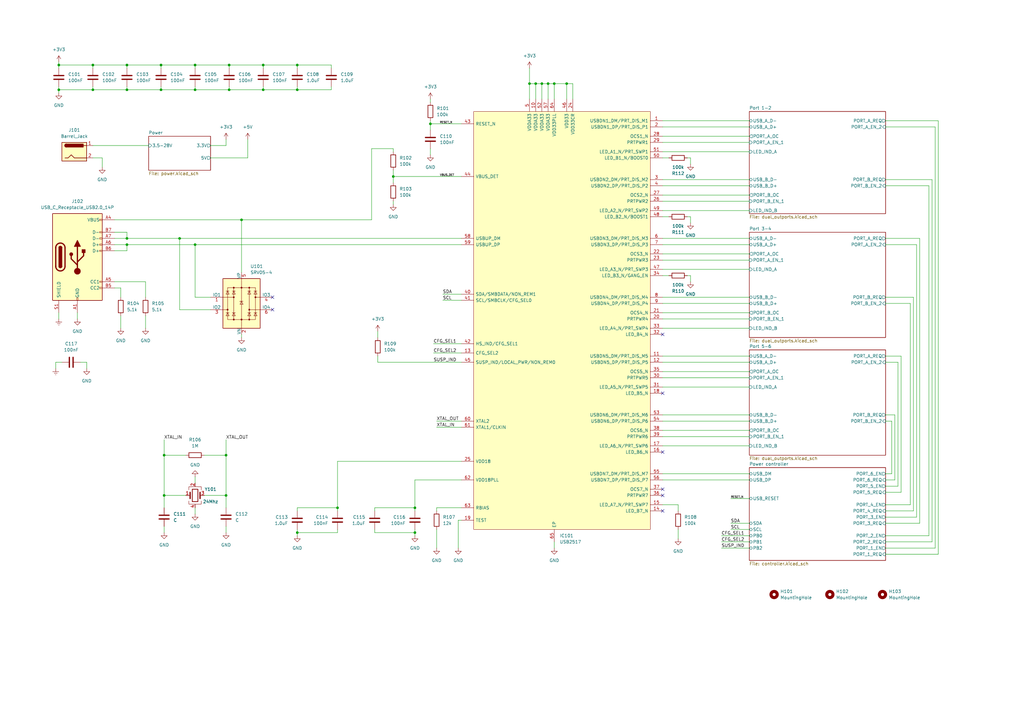
<source format=kicad_sch>
(kicad_sch (version 20230121) (generator eeschema)
  (paper "A3")
  (title_block (title "Switchable USB Hub") (date "${date}") (rev "${version}") (company "Fabian Pflug"))
  (lib_symbols
    (symbol "Connector:Barrel_Jack" (pin_names (offset 1.016))
      (property "Reference" "J" (at 0 5.334 0))
      (property "Value" "Barrel_Jack" (at 0 -5.08 0))
      (symbol "Barrel_Jack_0_1"
        (rectangle (start -5.08 3.81) (end 5.08 -3.81) (stroke (width 0.254)) (fill (type background)))
        (arc (start -3.302 3.175) (mid -3.9343 2.54) (end -3.302 1.905) (stroke (width 0.254)))
        (arc (start -3.302 3.175) (mid -3.9343 2.54) (end -3.302 1.905) (stroke (width 0.254)) (fill (type outline)))
        (polyline (pts (xy 5.08 2.54) (xy 3.81 2.54)) (stroke (width 0.254)))
        (polyline (pts (xy -3.81 -2.54) (xy -2.54 -2.54) (xy -1.27 -1.27) (xy 0 -2.54) (xy 2.54 -2.54) (xy 5.08 -2.54)) (stroke (width 0.254)))
        (rectangle (start 3.683 3.175) (end -3.302 1.905) (stroke (width 0.254)) (fill (type outline)))
      )
      (symbol "Barrel_Jack_1_1"
        (pin passive line (at 7.62 2.54 180) (length 2.54) (name "~") (number "1"))
        (pin passive line (at 7.62 -2.54 180) (length 2.54) (name "~") (number "2"))
      )
    )
    (symbol "Connector:USB_C_Receptacle_USB2.0_14P" (pin_names (offset 1.016))
      (property "Reference" "J102" (at 0 22.86 0))
      (property "Value" "USB_C_Receptacle_USB2.0_14P" (at 0 20.32 0))
      (symbol "USB_C_Receptacle_USB2.0_14P_0_0"
        (rectangle (start -0.254 -17.78) (end 0.254 -16.764))
        (rectangle (start 9.144 -12.446) (end 10.16 -12.954))
        (rectangle (start 9.144 -9.906) (end 10.16 -10.414))
        (rectangle (start 9.144 5.334) (end 10.16 4.826))
        (rectangle (start 10.16 2.794) (end 9.144 2.286))
        (rectangle (start 10.16 7.874) (end 9.144 7.366))
        (rectangle (start 10.16 10.414) (end 9.144 9.906))
        (rectangle (start 10.16 15.494) (end 9.144 14.986))
      )
      (symbol "USB_C_Receptacle_USB2.0_14P_0_1"
        (rectangle (start -10.16 17.78) (end 10.16 -17.78) (stroke (width 0.254)) (fill (type background)))
        (arc (start -8.89 -3.81) (mid -6.985 -5.7067) (end -5.08 -3.81) (stroke (width 0.508)))
        (arc (start -7.62 -3.81) (mid -6.985 -4.4423) (end -6.35 -3.81) (stroke (width 0.254)))
        (arc (start -7.62 -3.81) (mid -6.985 -4.4423) (end -6.35 -3.81) (stroke (width 0.254)) (fill (type outline)))
        (rectangle (start -7.62 -3.81) (end -6.35 3.81) (stroke (width 0.254)) (fill (type outline)))
        (arc (start -6.35 3.81) (mid -6.985 4.4423) (end -7.62 3.81) (stroke (width 0.254)))
        (arc (start -6.35 3.81) (mid -6.985 4.4423) (end -7.62 3.81) (stroke (width 0.254)) (fill (type outline)))
        (arc (start -5.08 3.81) (mid -6.985 5.7067) (end -8.89 3.81) (stroke (width 0.508)))
        (circle (center -2.54 1.143) (radius 0.635) (stroke (width 0.254)) (fill (type outline)))
        (circle (center 0 -5.842) (radius 1.27) (fill (type outline)))
        (polyline (pts (xy -8.89 -3.81) (xy -8.89 3.81)) (stroke (width 0.508)))
        (polyline (pts (xy -5.08 3.81) (xy -5.08 -3.81)) (stroke (width 0.508)))
        (polyline (pts (xy 0 -5.842) (xy 0 4.318)) (stroke (width 0.508)))
        (polyline (pts (xy 0 -3.302) (xy -2.54 -0.762) (xy -2.54 0.508)) (stroke (width 0.508)))
        (polyline (pts (xy 0 -2.032) (xy 2.54 0.508) (xy 2.54 1.778)) (stroke (width 0.508)))
        (polyline (pts (xy -1.27 4.318) (xy 0 6.858) (xy 1.27 4.318) (xy -1.27 4.318)) (stroke (width 0.254)) (fill (type outline)))
        (rectangle (start 1.905 1.778) (end 3.175 3.048) (stroke (width 0.254)) (fill (type outline)))
      )
      (symbol "USB_C_Receptacle_USB2.0_14P_1_1"
        (pin passive line (at 0 -22.86 90) (length 5.08) (name "GND") (number "A1"))
        (pin passive line (at 0 -22.86 90) (length 5.08) hide (name "GND") (number "A12"))
        (pin passive line (at 15.24 15.24 180) (length 5.08) (name "VBUS") (number "A4"))
        (pin bidirectional line (at 15.24 -10.16 180) (length 5.08) (name "CC1") (number "A5"))
        (pin bidirectional line (at 15.24 5.08 180) (length 5.08) (name "D+") (number "A6"))
        (pin bidirectional line (at 15.24 7.62 180) (length 5.08) (name "D-") (number "A7"))
        (pin passive line (at 15.24 15.24 180) (length 5.08) hide (name "VBUS") (number "A9"))
        (pin passive line (at 0 -22.86 90) (length 5.08) hide (name "GND") (number "B1"))
        (pin passive line (at 0 -22.86 90) (length 5.08) hide (name "GND") (number "B12"))
        (pin passive line (at 15.24 15.24 180) (length 5.08) hide (name "VBUS") (number "B4"))
        (pin bidirectional line (at 15.24 -12.7 180) (length 5.08) (name "CC2") (number "B5"))
        (pin bidirectional line (at 15.24 2.54 180) (length 5.08) (name "D+") (number "B6"))
        (pin bidirectional line (at 15.24 10.16 180) (length 5.08) (name "D-") (number "B7"))
        (pin passive line (at 15.24 15.24 180) (length 5.08) hide (name "VBUS") (number "B9"))
        (pin passive line (at -7.62 -22.86 90) (length 5.08) (name "SHIELD") (number "S1"))
      )
    )
    (symbol "Device:C" (pin_numbers hide) (pin_names (offset 0.254))
      (property "Reference" "C" (at 0.635 2.54 0))
      (property "Value" "C" (at 0.635 -2.54 0))
      (symbol "C_0_1"
        (polyline (pts (xy -2.032 -0.762) (xy 2.032 -0.762)) (stroke (width 0.508)))
        (polyline (pts (xy -2.032 0.762) (xy 2.032 0.762)) (stroke (width 0.508)))
      )
      (symbol "C_1_1"
        (pin passive line (at 0 3.81 270) (length 2.794) (name "~") (number "1"))
        (pin passive line (at 0 -3.81 90) (length 2.794) (name "~") (number "2"))
      )
    )
    (symbol "Device:Crystal_GND24" (pin_names (offset 1.016) hide)
      (property "Reference" "Y" (at 3.175 5.08 0))
      (property "Value" "Crystal_GND24" (at 3.175 3.175 0))
      (symbol "Crystal_GND24_0_1"
        (rectangle (start -1.143 2.54) (end 1.143 -2.54) (stroke (width 0.3048)))
        (polyline (pts (xy -2.54 0) (xy -2.032 0)))
        (polyline (pts (xy -2.032 -1.27) (xy -2.032 1.27)) (stroke (width 0.508)))
        (polyline (pts (xy 0 -3.81) (xy 0 -3.556)))
        (polyline (pts (xy 0 3.556) (xy 0 3.81)))
        (polyline (pts (xy 2.032 -1.27) (xy 2.032 1.27)) (stroke (width 0.508)))
        (polyline (pts (xy 2.032 0) (xy 2.54 0)))
        (polyline (pts (xy -2.54 -2.286) (xy -2.54 -3.556) (xy 2.54 -3.556) (xy 2.54 -2.286)))
        (polyline (pts (xy -2.54 2.286) (xy -2.54 3.556) (xy 2.54 3.556) (xy 2.54 2.286)))
      )
      (symbol "Crystal_GND24_1_1"
        (pin passive line (at -3.81 0 0) (length 1.27) (name "1") (number "1"))
        (pin passive line (at 0 5.08 270) (length 1.27) (name "2") (number "2"))
        (pin passive line (at 3.81 0 180) (length 1.27) (name "3") (number "3"))
        (pin passive line (at 0 -5.08 90) (length 1.27) (name "4") (number "4"))
      )
    )
    (symbol "Device:R" (pin_numbers hide) (pin_names (offset 0))
      (property "Reference" "R" (at 2.032 0 90))
      (property "Value" "R" (at 0 0 90))
      (symbol "R_0_1"
        (rectangle (start -1.016 -2.54) (end 1.016 2.54) (stroke (width 0.254)))
      )
      (symbol "R_1_1"
        (pin passive line (at 0 3.81 270) (length 1.27) (name "~") (number "1"))
        (pin passive line (at 0 -3.81 90) (length 1.27) (name "~") (number "2"))
      )
    )
    (symbol "Mechanical:MountingHole" (pin_names (offset 1.016))
      (property "Reference" "H" (at 0 5.08 0))
      (property "Value" "MountingHole" (at 0 3.175 0))
      (symbol "MountingHole_0_1"
        (circle (center 0 0) (radius 1.27) (stroke (width 1.27)))
      )
    )
    (symbol "Power_Protection:SRV05-4" (pin_names (offset 0))
      (property "Reference" "U" (at -5.08 11.43 0))
      (property "Value" "SRV05-4" (at 2.54 11.43 0))
      (symbol "SRV05-4_0_0"
        (rectangle (start -5.715 6.477) (end 5.715 -6.604))
        (polyline (pts (xy -3.175 -6.604) (xy -3.175 6.477)))
        (polyline (pts (xy 3.175 6.477) (xy 3.175 -6.604)))
      )
      (symbol "SRV05-4_0_1"
        (rectangle (start -7.62 10.16) (end 7.62 -10.16) (stroke (width 0.254)) (fill (type background)))
        (circle (center -5.715 -2.54) (radius 0.2794) (fill (type outline)))
        (circle (center -3.175 -6.604) (radius 0.2794) (fill (type outline)))
        (circle (center -3.175 2.54) (radius 0.2794) (fill (type outline)))
        (circle (center -3.175 6.477) (radius 0.2794) (fill (type outline)))
        (circle (center 0 -6.604) (radius 0.2794) (fill (type outline)))
        (polyline (pts (xy -7.747 2.54) (xy -3.175 2.54)))
        (polyline (pts (xy -7.62 -2.54) (xy -5.715 -2.54)))
        (polyline (pts (xy -5.08 -3.81) (xy -6.35 -3.81)))
        (polyline (pts (xy -5.08 5.08) (xy -6.35 5.08)))
        (polyline (pts (xy -2.54 -3.81) (xy -3.81 -3.81)))
        (polyline (pts (xy -2.54 5.08) (xy -3.81 5.08)))
        (polyline (pts (xy 0 10.16) (xy 0 -10.16)))
        (polyline (pts (xy 3.81 -3.81) (xy 2.54 -3.81)))
        (polyline (pts (xy 3.81 5.08) (xy 2.54 5.08)))
        (polyline (pts (xy 6.35 -3.81) (xy 5.08 -3.81)))
        (polyline (pts (xy 6.35 5.08) (xy 5.08 5.08)))
        (polyline (pts (xy 7.62 -2.54) (xy 3.175 -2.54)))
        (polyline (pts (xy 7.62 2.54) (xy 5.715 2.54)))
        (polyline (pts (xy 0.635 0.889) (xy -0.635 0.889) (xy -0.635 0.635)))
        (polyline (pts (xy -5.08 -5.08) (xy -6.35 -5.08) (xy -5.715 -3.81) (xy -5.08 -5.08)))
        (polyline (pts (xy -5.08 3.81) (xy -6.35 3.81) (xy -5.715 5.08) (xy -5.08 3.81)))
        (polyline (pts (xy -2.54 -5.08) (xy -3.81 -5.08) (xy -3.175 -3.81) (xy -2.54 -5.08)))
        (polyline (pts (xy -2.54 3.81) (xy -3.81 3.81) (xy -3.175 5.08) (xy -2.54 3.81)))
        (polyline (pts (xy 0.635 -0.381) (xy -0.635 -0.381) (xy 0 0.889) (xy 0.635 -0.381)))
        (polyline (pts (xy 3.81 -5.08) (xy 2.54 -5.08) (xy 3.175 -3.81) (xy 3.81 -5.08)))
        (polyline (pts (xy 3.81 3.81) (xy 2.54 3.81) (xy 3.175 5.08) (xy 3.81 3.81)))
        (polyline (pts (xy 6.35 -5.08) (xy 5.08 -5.08) (xy 5.715 -3.81) (xy 6.35 -5.08)))
        (polyline (pts (xy 6.35 3.81) (xy 5.08 3.81) (xy 5.715 5.08) (xy 6.35 3.81)))
        (circle (center 0 6.477) (radius 0.2794) (fill (type outline)))
        (circle (center 3.175 -6.604) (radius 0.2794) (fill (type outline)))
        (circle (center 3.175 -2.54) (radius 0.2794) (fill (type outline)))
        (circle (center 3.175 6.477) (radius 0.2794) (fill (type outline)))
        (circle (center 5.715 2.54) (radius 0.2794) (fill (type outline)))
      )
      (symbol "SRV05-4_1_1"
        (pin passive line (at -12.7 2.54 0) (length 5.08) (name "IO1") (number "1"))
        (pin passive line (at 0 -12.7 90) (length 2.54) (name "VN") (number "2"))
        (pin passive line (at -12.7 -2.54 0) (length 5.08) (name "IO2") (number "3"))
        (pin passive line (at 12.7 2.54 180) (length 5.08) (name "IO3") (number "4"))
        (pin passive line (at 0 12.7 270) (length 2.54) (name "VP") (number "5"))
        (pin passive line (at 12.7 -2.54 180) (length 5.08) (name "IO4") (number "6"))
      )
    )
    (symbol "fabian_usb:USB2517" (pin_names (offset 0.762))
      (property "Reference" "IC?" (at 24.13 85.09 0))
      (property "Value" "USB2517" (at 24.13 82.55 0))
      (symbol "USB2517_0_0"
        (pin passive line (at 44.45 76.2 180) (length 5.08) (name "USBDN1_DM/PRT_DIS_M1") (number "1"))
        (pin passive line (at 44.45 -20.32 180) (length 5.08) (name "USBDN5_DM/PRT_DIS_M5") (number "11"))
        (pin passive line (at 44.45 -22.86 180) (length 5.08) (name "USBDN5_DP/PRT_DIS_P5") (number "12"))
        (pin passive line (at -38.1 -19.05 0) (length 5.08) (name "CFG_SEL2") (number "13"))
        (pin passive line (at 44.45 -83.82 180) (length 5.08) (name "LED_B7_N") (number "14"))
        (pin passive line (at 44.45 -81.28 180) (length 5.08) (name "LED_A7_N/PRT_SWP7") (number "15"))
        (pin passive line (at 44.45 -59.69 180) (length 5.08) (name "LED_B6_N") (number "16"))
        (pin passive line (at 44.45 -57.15 180) (length 5.08) (name "LED_A6_N/PRT_SWP6") (number "17"))
        (pin passive line (at 44.45 -35.56 180) (length 5.08) (name "LED_B5_N") (number "18"))
        (pin passive line (at -38.1 -87.63 0) (length 5.08) (name "TEST") (number "19"))
        (pin passive line (at 44.45 73.66 180) (length 5.08) (name "USBDN1_DP/PRT_DIS_P1") (number "2"))
        (pin passive line (at 44.45 -5.08 180) (length 5.08) (name "PRTPWR4") (number "20"))
        (pin input line (at 44.45 -2.54 180) (length 5.08) (name "OCS4_N") (number "21"))
        (pin input line (at 44.45 21.59 180) (length 5.08) (name "OCS3_N") (number "22"))
        (pin passive line (at 44.45 19.05 180) (length 5.08) (name "PRTPWR3") (number "23"))
        (pin power_in line (at 7.62 85.09 270) (length 5.08) (name "VDD33CR") (number "24"))
        (pin power_in line (at -38.1 -63.5 0) (length 5.08) (name "VDD18") (number "25"))
        (pin passive line (at 44.45 43.18 180) (length 5.08) (name "PRTPWR2") (number "26"))
        (pin input line (at 44.45 45.72 180) (length 5.08) (name "OCS2_N") (number "27"))
        (pin input line (at 44.45 69.85 180) (length 5.08) (name "OCS1_N") (number "28"))
        (pin passive line (at 44.45 67.31 180) (length 5.08) (name "PRTPWR1") (number "29"))
        (pin passive line (at 44.45 52.07 180) (length 5.08) (name "USBDN2_DM/PRT_DIS_M2") (number "3"))
        (pin passive line (at 44.45 -29.21 180) (length 5.08) (name "PRTPWR5") (number "30"))
        (pin passive line (at 44.45 -33.02 180) (length 5.08) (name "LED_A5_N/PRT_SWP5") (number "31"))
        (pin passive line (at 44.45 -11.43 180) (length 5.08) (name "LED_B4_N") (number "32"))
        (pin passive line (at 44.45 -8.89 180) (length 5.08) (name "LED_A4_N/PRT_SWP4") (number "33"))
        (pin passive line (at 44.45 12.7 180) (length 5.08) (name "LED_B3_N/GANG_EN") (number "34"))
        (pin input line (at 44.45 -26.67 180) (length 5.08) (name "OCS5_N") (number "35"))
        (pin passive line (at 44.45 -77.47 180) (length 5.08) (name "PRTPWR7") (number "36"))
        (pin input line (at 44.45 -74.93 180) (length 5.08) (name "OCS7_N") (number "37"))
        (pin input line (at 44.45 -50.8 180) (length 5.08) (name "OCS6_N") (number "38"))
        (pin passive line (at 44.45 -53.34 180) (length 5.08) (name "PRTPWR6") (number "39"))
        (pin passive line (at 44.45 49.53 180) (length 5.08) (name "USBDN2_DP/PRT_DIS_P2") (number "4"))
        (pin passive line (at -38.1 5.08 0) (length 5.08) (name "SDA/SMBDATA/NON_REM1") (number "40"))
        (pin input line (at -38.1 2.54 0) (length 5.08) (name "SCL/SMBCLK/CFG_SEL0") (number "41"))
        (pin input line (at -38.1 -15.24 0) (length 5.08) (name "HS_IND/CFG_SEL1") (number "42"))
        (pin passive line (at -38.1 74.93 0) (length 5.08) (name "RESET_N") (number "43"))
        (pin passive line (at -38.1 53.34 0) (length 5.08) (name "VBUS_DET") (number "44"))
        (pin input line (at -38.1 -22.86 0) (length 5.08) (name "SUSP_IND/LOCAL_PWR/NON_REM0") (number "45"))
        (pin power_in line (at 5.08 85.09 270) (length 5.08) (name "VDD33") (number "46"))
        (pin passive line (at 44.45 15.24 180) (length 5.08) (name "LED_A3_N/PRT_SWP3") (number "47"))
        (pin passive line (at 44.45 36.83 180) (length 5.08) (name "LED_B2_N/BOOST1") (number "48"))
        (pin passive line (at 44.45 39.37 180) (length 5.08) (name "LED_A2_N/PRT_SWP2") (number "49"))
        (pin passive line (at 44.45 60.96 180) (length 5.08) (name "LED_B1_N/BOOST0") (number "50"))
        (pin passive line (at 44.45 63.5 180) (length 5.08) (name "LED_A1_N/PRT_SWP1") (number "51"))
        (pin passive line (at 44.45 -44.45 180) (length 5.08) (name "USBDN6_DM/PRT_DIS_M6") (number "53"))
        (pin passive line (at 44.45 -46.99 180) (length 5.08) (name "USBDN6_DP/PRT_DIS_P6") (number "54"))
        (pin passive line (at 44.45 -68.58 180) (length 5.08) (name "USBDN7_DM/PRT_DIS_M7") (number "55"))
        (pin passive line (at 44.45 -71.12 180) (length 5.08) (name "USBDN7_DP/PRT_DIS_P7") (number "56"))
        (pin passive line (at -38.1 27.94 0) (length 5.08) (name "USBUP_DM") (number "58"))
        (pin passive line (at -38.1 25.4 0) (length 5.08) (name "USBUP_DP") (number "59"))
        (pin passive line (at 44.45 27.94 180) (length 5.08) (name "USBDN3_DM/PRT_DIS_M3") (number "6"))
        (pin passive line (at -38.1 -46.99 0) (length 5.08) (name "XTAL2") (number "60"))
        (pin input line (at -38.1 -49.53 0) (length 5.08) (name "XTAL1/CLKIN") (number "61"))
        (pin power_in line (at -38.1 -71.12 0) (length 5.08) (name "VDD18PLL") (number "62"))
        (pin passive line (at -38.1 -82.55 0) (length 5.08) (name "RBIAS") (number "63"))
        (pin power_in line (at 0 85.09 270) (length 5.08) (name "VDD33PLL") (number "64"))
        (pin passive line (at 0 -96.52 90) (length 5.08) (name "EP") (number "65"))
        (pin passive line (at 44.45 25.4 180) (length 5.08) (name "USBDN3_DP/PRT_DIS_P3") (number "7"))
        (pin passive line (at 44.45 3.81 180) (length 5.08) (name "USBDN4_DM/PRT_DIS_M4") (number "8"))
        (pin passive line (at 44.45 1.27 180) (length 5.08) (name "USBDN4_DP/PRT_DIS_P4") (number "9"))
      )
      (symbol "USB2517_1_0"
        (pin power_in line (at -7.62 85.09 270) (length 5.08) (name "VDDA33") (number "10"))
        (pin power_in line (at -10.16 85.09 270) (length 5.08) (name "VDDA33") (number "5"))
        (pin power_in line (at -5.08 85.09 270) (length 5.08) (name "VDDA33") (number "52"))
        (pin power_in line (at -2.54 85.09 270) (length 5.08) (name "VDDA33") (number "57"))
      )
      (symbol "USB2517_1_1"
        (rectangle (start -33.02 80.01) (end 39.37 -91.44) (fill (type background)))
      )
    )
    (symbol "power:+3V3" (power) (pin_names (offset 0))
      (property "Value" "+3V3" (at 0 3.556 0))
      (symbol "+3V3_0_1"
        (polyline (pts (xy -0.762 1.27) (xy 0 2.54)))
        (polyline (pts (xy 0 0) (xy 0 2.54)))
        (polyline (pts (xy 0 2.54) (xy 0.762 1.27)))
      )
      (symbol "+3V3_1_1"
        (pin power_in line (at 0 0 90) (length 0) hide (name "+3V3") (number "1"))
      )
    )
    (symbol "power:+5V" (power) (pin_names (offset 0))
      (property "Value" "+5V" (at 0 3.556 0))
      (symbol "+5V_0_1"
        (polyline (pts (xy -0.762 1.27) (xy 0 2.54)))
        (polyline (pts (xy 0 0) (xy 0 2.54)))
        (polyline (pts (xy 0 2.54) (xy 0.762 1.27)))
      )
      (symbol "+5V_1_1"
        (pin power_in line (at 0 0 90) (length 0) hide (name "+5V") (number "1"))
      )
    )
    (symbol "power:Earth" (power) (pin_names (offset 0))
      (symbol "Earth_0_1"
        (polyline (pts (xy -0.635 -1.905) (xy 0.635 -1.905)))
        (polyline (pts (xy -0.127 -2.54) (xy 0.127 -2.54)))
        (polyline (pts (xy 0 -1.27) (xy 0 0)))
        (polyline (pts (xy 1.27 -1.27) (xy -1.27 -1.27)))
      )
      (symbol "Earth_1_1"
        (pin power_in line (at 0 0 270) (length 0) hide (name "Earth") (number "1"))
      )
    )
    (symbol "power:GND" (power) (pin_names (offset 0))
      (property "Value" "GND" (at 0 -3.81 0))
      (symbol "GND_0_1"
        (polyline (pts (xy 0 0) (xy 0 -1.27) (xy 1.27 -1.27) (xy 0 -2.54) (xy -1.27 -1.27) (xy 0 -1.27)))
      )
      (symbol "GND_1_1"
        (pin power_in line (at 0 0 270) (length 0) hide (name "GND") (number "1"))
      )
    )
  )
  (junction (at 66.04 36.83))
  (junction (at 161.29 72.39))
  (junction (at 67.31 186.69))
  (junction (at 80.01 100.33))
  (junction (at 121.92 36.83))
  (junction (at 92.71 186.69))
  (junction (at 219.71 34.29))
  (junction (at 24.13 26.67))
  (junction (at 24.13 36.83))
  (junction (at 66.04 26.67))
  (junction (at 80.01 26.67))
  (junction (at 107.95 36.83))
  (junction (at 67.31 203.2))
  (junction (at 222.25 34.29))
  (junction (at 93.98 36.83))
  (junction (at 227.33 34.29))
  (junction (at 52.07 100.33))
  (junction (at 38.1 36.83))
  (junction (at 121.92 218.44))
  (junction (at 217.17 34.29))
  (junction (at 138.43 208.28))
  (junction (at 176.53 50.8))
  (junction (at 52.07 97.79))
  (junction (at 92.71 203.2))
  (junction (at 73.66 97.79))
  (junction (at 99.06 90.17))
  (junction (at 121.92 26.67))
  (junction (at 52.07 26.67))
  (junction (at 93.98 26.67))
  (junction (at 224.79 34.29))
  (junction (at 52.07 36.83))
  (junction (at 80.01 36.83))
  (junction (at 170.18 208.28))
  (junction (at 107.95 26.67))
  (junction (at 38.1 26.67))
  (junction (at 232.41 34.29))
  (junction (at 170.18 218.44))
  (no_connect (at 271.78 200.66))
  (no_connect (at 271.78 185.42))
  (no_connect (at 111.76 127))
  (no_connect (at 271.78 161.29))
  (no_connect (at 271.78 203.2))
  (no_connect (at 271.78 209.55))
  (no_connect (at 111.76 121.92))
  (no_connect (at 271.78 137.16))
  (wire (pts (xy 92.71 203.2) (xy 92.71 208.28)))
  (wire (pts (xy 38.1 26.67) (xy 24.13 26.67)))
  (wire (pts (xy 377.19 214.63) (xy 377.19 97.79)))
  (wire (pts (xy 170.18 217.17) (xy 170.18 218.44)))
  (wire (pts (xy 271.78 134.62) (xy 307.34 134.62)))
  (wire (pts (xy 384.81 49.53) (xy 363.22 49.53)))
  (wire (pts (xy 24.13 128.27) (xy 24.13 130.81)))
  (wire (pts (xy 107.95 36.83) (xy 93.98 36.83)))
  (wire (pts (xy 271.78 82.55) (xy 307.34 82.55)))
  (wire (pts (xy 373.38 124.46) (xy 363.22 124.46)))
  (wire (pts (xy 381 219.71) (xy 381 76.2)))
  (wire (pts (xy 138.43 209.55) (xy 138.43 208.28)))
  (wire (pts (xy 67.31 180.34) (xy 67.31 186.69)))
  (wire (pts (xy 138.43 189.23) (xy 189.23 189.23)))
  (wire (pts (xy 271.78 182.88) (xy 307.34 182.88)))
  (wire (pts (xy 271.78 128.27) (xy 307.34 128.27)))
  (wire (pts (xy 271.78 62.23) (xy 307.34 62.23)))
  (wire (pts (xy 121.92 27.94) (xy 121.92 26.67)))
  (wire (pts (xy 93.98 35.56) (xy 93.98 36.83)))
  (wire (pts (xy 121.92 35.56) (xy 121.92 36.83)))
  (wire (pts (xy 153.67 218.44) (xy 170.18 218.44)))
  (wire (pts (xy 121.92 218.44) (xy 138.43 218.44)))
  (wire (pts (xy 80.01 36.83) (xy 66.04 36.83)))
  (wire (pts (xy 384.81 227.33) (xy 384.81 49.53)))
  (wire (pts (xy 154.94 148.59) (xy 189.23 148.59)))
  (wire (pts (xy 363.22 222.25) (xy 382.27 222.25)))
  (wire (pts (xy 67.31 186.69) (xy 67.31 203.2)))
  (wire (pts (xy 271.78 52.07) (xy 307.34 52.07)))
  (wire (pts (xy 24.13 25.4) (xy 24.13 26.67)))
  (wire (pts (xy 121.92 209.55) (xy 121.92 208.28)))
  (wire (pts (xy 271.78 121.92) (xy 307.34 121.92)))
  (wire (pts (xy 383.54 52.07) (xy 363.22 52.07)))
  (wire (pts (xy 138.43 189.23) (xy 138.43 208.28)))
  (wire (pts (xy 363.22 219.71) (xy 381 219.71)))
  (wire (pts (xy 177.8 144.78) (xy 189.23 144.78)))
  (wire (pts (xy 222.25 40.64) (xy 222.25 34.29)))
  (wire (pts (xy 299.72 217.17) (xy 307.34 217.17)))
  (wire (pts (xy 271.78 73.66) (xy 307.34 73.66)))
  (wire (pts (xy 189.23 213.36) (xy 187.96 213.36)))
  (wire (pts (xy 107.95 35.56) (xy 107.95 36.83)))
  (wire (pts (xy 234.95 34.29) (xy 232.41 34.29)))
  (wire (pts (xy 271.78 207.01) (xy 278.13 207.01)))
  (wire (pts (xy 38.1 27.94) (xy 38.1 26.67)))
  (wire (pts (xy 189.23 208.28) (xy 179.07 208.28)))
  (wire (pts (xy 295.91 224.79) (xy 307.34 224.79)))
  (wire (pts (xy 170.18 209.55) (xy 170.18 208.28)))
  (wire (pts (xy 135.89 26.67) (xy 121.92 26.67)))
  (wire (pts (xy 93.98 26.67) (xy 80.01 26.67)))
  (wire (pts (xy 374.65 209.55) (xy 374.65 121.92)))
  (wire (pts (xy 363.22 227.33) (xy 384.81 227.33)))
  (wire (pts (xy 367.03 196.85) (xy 367.03 170.18)))
  (wire (pts (xy 176.53 49.53) (xy 176.53 50.8)))
  (wire (pts (xy 176.53 53.34) (xy 176.53 50.8)))
  (wire (pts (xy 73.66 97.79) (xy 73.66 127)))
  (wire (pts (xy 80.01 26.67) (xy 66.04 26.67)))
  (wire (pts (xy 363.22 224.79) (xy 383.54 224.79)))
  (wire (pts (xy 224.79 40.64) (xy 224.79 34.29)))
  (wire (pts (xy 295.91 222.25) (xy 307.34 222.25)))
  (wire (pts (xy 367.03 170.18) (xy 363.22 170.18)))
  (wire (pts (xy 232.41 40.64) (xy 232.41 34.29)))
  (wire (pts (xy 179.07 217.17) (xy 179.07 224.79)))
  (wire (pts (xy 176.53 50.8) (xy 189.23 50.8)))
  (wire (pts (xy 283.21 113.03) (xy 283.21 115.57)))
  (wire (pts (xy 35.56 148.59) (xy 33.02 148.59)))
  (wire (pts (xy 181.61 123.19) (xy 189.23 123.19)))
  (wire (pts (xy 121.92 26.67) (xy 107.95 26.67)))
  (wire (pts (xy 161.29 82.55) (xy 161.29 83.82)))
  (wire (pts (xy 176.53 60.96) (xy 176.53 63.5)))
  (wire (pts (xy 373.38 207.01) (xy 373.38 124.46)))
  (wire (pts (xy 107.95 27.94) (xy 107.95 26.67)))
  (wire (pts (xy 271.78 194.31) (xy 307.34 194.31)))
  (wire (pts (xy 67.31 186.69) (xy 76.2 186.69)))
  (wire (pts (xy 135.89 36.83) (xy 121.92 36.83)))
  (wire (pts (xy 368.3 199.39) (xy 368.3 148.59)))
  (wire (pts (xy 219.71 34.29) (xy 219.71 40.64)))
  (wire (pts (xy 227.33 34.29) (xy 224.79 34.29)))
  (wire (pts (xy 161.29 60.96) (xy 161.29 62.23)))
  (wire (pts (xy 121.92 219.71) (xy 121.92 218.44)))
  (wire (pts (xy 49.53 121.92) (xy 49.53 118.11)))
  (wire (pts (xy 271.78 88.9) (xy 274.32 88.9)))
  (wire (pts (xy 80.01 100.33) (xy 189.23 100.33)))
  (wire (pts (xy 67.31 215.9) (xy 67.31 218.44)))
  (wire (pts (xy 299.72 204.47) (xy 307.34 204.47)))
  (wire (pts (xy 271.78 100.33) (xy 307.34 100.33)))
  (wire (pts (xy 86.36 127) (xy 73.66 127)))
  (wire (pts (xy 271.78 146.05) (xy 307.34 146.05)))
  (wire (pts (xy 92.71 215.9) (xy 92.71 218.44)))
  (wire (pts (xy 374.65 121.92) (xy 363.22 121.92)))
  (wire (pts (xy 80.01 208.28) (xy 80.01 210.82)))
  (wire (pts (xy 152.4 90.17) (xy 99.06 90.17)))
  (wire (pts (xy 271.78 113.03) (xy 274.32 113.03)))
  (wire (pts (xy 153.67 208.28) (xy 170.18 208.28)))
  (wire (pts (xy 382.27 222.25) (xy 382.27 73.66)))
  (wire (pts (xy 189.23 172.72) (xy 179.07 172.72)))
  (wire (pts (xy 363.22 209.55) (xy 374.65 209.55)))
  (wire (pts (xy 271.78 80.01) (xy 307.34 80.01)))
  (wire (pts (xy 161.29 72.39) (xy 161.29 74.93)))
  (wire (pts (xy 152.4 60.96) (xy 161.29 60.96)))
  (wire (pts (xy 271.78 158.75) (xy 307.34 158.75)))
  (wire (pts (xy 52.07 100.33) (xy 80.01 100.33)))
  (wire (pts (xy 52.07 97.79) (xy 73.66 97.79)))
  (wire (pts (xy 219.71 34.29) (xy 217.17 34.29)))
  (wire (pts (xy 224.79 34.29) (xy 222.25 34.29)))
  (wire (pts (xy 232.41 34.29) (xy 227.33 34.29)))
  (wire (pts (xy 41.91 64.77) (xy 41.91 68.58)))
  (wire (pts (xy 278.13 207.01) (xy 278.13 209.55)))
  (wire (pts (xy 35.56 151.13) (xy 35.56 148.59)))
  (wire (pts (xy 363.22 201.93) (xy 369.57 201.93)))
  (wire (pts (xy 38.1 26.67) (xy 52.07 26.67)))
  (wire (pts (xy 83.82 186.69) (xy 92.71 186.69)))
  (wire (pts (xy 217.17 34.29) (xy 217.17 40.64)))
  (wire (pts (xy 66.04 27.94) (xy 66.04 26.67)))
  (wire (pts (xy 363.22 194.31) (xy 365.76 194.31)))
  (wire (pts (xy 49.53 129.54) (xy 49.53 134.62)))
  (wire (pts (xy 38.1 36.83) (xy 24.13 36.83)))
  (wire (pts (xy 181.61 120.65) (xy 189.23 120.65)))
  (wire (pts (xy 363.22 207.01) (xy 373.38 207.01)))
  (wire (pts (xy 271.78 76.2) (xy 307.34 76.2)))
  (wire (pts (xy 38.1 59.69) (xy 60.96 59.69)))
  (wire (pts (xy 170.18 196.85) (xy 189.23 196.85)))
  (wire (pts (xy 153.67 209.55) (xy 153.67 208.28)))
  (wire (pts (xy 363.22 214.63) (xy 377.19 214.63)))
  (wire (pts (xy 222.25 34.29) (xy 219.71 34.29)))
  (wire (pts (xy 92.71 57.15) (xy 92.71 59.69)))
  (wire (pts (xy 93.98 36.83) (xy 80.01 36.83)))
  (wire (pts (xy 107.95 26.67) (xy 93.98 26.67)))
  (wire (pts (xy 271.78 176.53) (xy 307.34 176.53)))
  (wire (pts (xy 38.1 35.56) (xy 38.1 36.83)))
  (wire (pts (xy 299.72 214.63) (xy 307.34 214.63)))
  (wire (pts (xy 161.29 72.39) (xy 189.23 72.39)))
  (wire (pts (xy 80.01 35.56) (xy 80.01 36.83)))
  (wire (pts (xy 52.07 27.94) (xy 52.07 26.67)))
  (wire (pts (xy 271.78 154.94) (xy 307.34 154.94)))
  (wire (pts (xy 271.78 58.42) (xy 307.34 58.42)))
  (wire (pts (xy 73.66 97.79) (xy 189.23 97.79)))
  (wire (pts (xy 24.13 36.83) (xy 24.13 38.1)))
  (wire (pts (xy 154.94 146.05) (xy 154.94 148.59)))
  (wire (pts (xy 271.78 179.07) (xy 307.34 179.07)))
  (wire (pts (xy 295.91 219.71) (xy 307.34 219.71)))
  (wire (pts (xy 22.86 148.59) (xy 25.4 148.59)))
  (wire (pts (xy 271.78 130.81) (xy 307.34 130.81)))
  (wire (pts (xy 46.99 100.33) (xy 52.07 100.33)))
  (wire (pts (xy 52.07 36.83) (xy 38.1 36.83)))
  (wire (pts (xy 135.89 35.56) (xy 135.89 36.83)))
  (wire (pts (xy 271.78 172.72) (xy 307.34 172.72)))
  (wire (pts (xy 283.21 64.77) (xy 283.21 67.31)))
  (wire (pts (xy 179.07 208.28) (xy 179.07 209.55)))
  (wire (pts (xy 99.06 90.17) (xy 99.06 111.76)))
  (wire (pts (xy 368.3 148.59) (xy 363.22 148.59)))
  (wire (pts (xy 377.19 97.79) (xy 363.22 97.79)))
  (wire (pts (xy 271.78 49.53) (xy 307.34 49.53)))
  (wire (pts (xy 369.57 201.93) (xy 369.57 146.05)))
  (wire (pts (xy 121.92 208.28) (xy 138.43 208.28)))
  (wire (pts (xy 80.01 27.94) (xy 80.01 26.67)))
  (wire (pts (xy 170.18 219.71) (xy 170.18 218.44)))
  (wire (pts (xy 93.98 27.94) (xy 93.98 26.67)))
  (wire (pts (xy 99.06 137.16) (xy 99.06 138.43)))
  (wire (pts (xy 281.94 113.03) (xy 283.21 113.03)))
  (wire (pts (xy 271.78 64.77) (xy 274.32 64.77)))
  (wire (pts (xy 66.04 26.67) (xy 52.07 26.67)))
  (wire (pts (xy 217.17 27.94) (xy 217.17 34.29)))
  (wire (pts (xy 271.78 170.18) (xy 307.34 170.18)))
  (wire (pts (xy 66.04 35.56) (xy 66.04 36.83)))
  (wire (pts (xy 187.96 213.36) (xy 187.96 224.79)))
  (wire (pts (xy 375.92 212.09) (xy 375.92 100.33)))
  (wire (pts (xy 24.13 35.56) (xy 24.13 36.83)))
  (wire (pts (xy 67.31 203.2) (xy 76.2 203.2)))
  (wire (pts (xy 365.76 172.72) (xy 363.22 172.72)))
  (wire (pts (xy 31.75 128.27) (xy 31.75 130.81)))
  (wire (pts (xy 278.13 217.17) (xy 278.13 220.98)))
  (wire (pts (xy 86.36 121.92) (xy 80.01 121.92)))
  (wire (pts (xy 381 76.2) (xy 363.22 76.2)))
  (wire (pts (xy 283.21 88.9) (xy 283.21 91.44)))
  (wire (pts (xy 67.31 203.2) (xy 67.31 208.28)))
  (wire (pts (xy 170.18 196.85) (xy 170.18 208.28)))
  (wire (pts (xy 271.78 86.36) (xy 307.34 86.36)))
  (wire (pts (xy 46.99 102.87) (xy 52.07 102.87)))
  (wire (pts (xy 375.92 100.33) (xy 363.22 100.33)))
  (wire (pts (xy 363.22 199.39) (xy 368.3 199.39)))
  (wire (pts (xy 66.04 36.83) (xy 52.07 36.83)))
  (wire (pts (xy 38.1 64.77) (xy 41.91 64.77)))
  (wire (pts (xy 369.57 146.05) (xy 363.22 146.05)))
  (wire (pts (xy 49.53 118.11) (xy 46.99 118.11)))
  (wire (pts (xy 52.07 102.87) (xy 52.07 100.33)))
  (wire (pts (xy 92.71 203.2) (xy 83.82 203.2)))
  (wire (pts (xy 121.92 217.17) (xy 121.92 218.44)))
  (wire (pts (xy 271.78 148.59) (xy 307.34 148.59)))
  (wire (pts (xy 121.92 36.83) (xy 107.95 36.83)))
  (wire (pts (xy 59.69 129.54) (xy 59.69 134.62)))
  (wire (pts (xy 46.99 115.57) (xy 59.69 115.57)))
  (wire (pts (xy 271.78 110.49) (xy 307.34 110.49)))
  (wire (pts (xy 271.78 97.79) (xy 307.34 97.79)))
  (wire (pts (xy 179.07 175.26) (xy 189.23 175.26)))
  (wire (pts (xy 271.78 55.88) (xy 307.34 55.88)))
  (wire (pts (xy 101.6 57.15) (xy 101.6 64.77)))
  (wire (pts (xy 101.6 64.77) (xy 86.36 64.77)))
  (wire (pts (xy 92.71 180.34) (xy 92.71 186.69)))
  (wire (pts (xy 271.78 106.68) (xy 307.34 106.68)))
  (wire (pts (xy 383.54 224.79) (xy 383.54 52.07)))
  (wire (pts (xy 271.78 104.14) (xy 307.34 104.14)))
  (wire (pts (xy 99.06 90.17) (xy 46.99 90.17)))
  (wire (pts (xy 271.78 196.85) (xy 307.34 196.85)))
  (wire (pts (xy 227.33 222.25) (xy 227.33 224.79)))
  (wire (pts (xy 227.33 40.64) (xy 227.33 34.29)))
  (wire (pts (xy 59.69 115.57) (xy 59.69 121.92)))
  (wire (pts (xy 22.86 151.13) (xy 22.86 148.59)))
  (wire (pts (xy 161.29 69.85) (xy 161.29 72.39)))
  (wire (pts (xy 281.94 64.77) (xy 283.21 64.77)))
  (wire (pts (xy 177.8 140.97) (xy 189.23 140.97)))
  (wire (pts (xy 152.4 60.96) (xy 152.4 90.17)))
  (wire (pts (xy 363.22 196.85) (xy 367.03 196.85)))
  (wire (pts (xy 153.67 217.17) (xy 153.67 218.44)))
  (wire (pts (xy 52.07 35.56) (xy 52.07 36.83)))
  (wire (pts (xy 271.78 124.46) (xy 307.34 124.46)))
  (wire (pts (xy 52.07 95.25) (xy 52.07 97.79)))
  (wire (pts (xy 365.76 194.31) (xy 365.76 172.72)))
  (wire (pts (xy 24.13 26.67) (xy 24.13 27.94)))
  (wire (pts (xy 154.94 135.89) (xy 154.94 138.43)))
  (wire (pts (xy 363.22 212.09) (xy 375.92 212.09)))
  (wire (pts (xy 80.01 195.58) (xy 80.01 198.12)))
  (wire (pts (xy 138.43 217.17) (xy 138.43 218.44)))
  (wire (pts (xy 46.99 95.25) (xy 52.07 95.25)))
  (wire (pts (xy 46.99 97.79) (xy 52.07 97.79)))
  (wire (pts (xy 281.94 88.9) (xy 283.21 88.9)))
  (wire (pts (xy 234.95 40.64) (xy 234.95 34.29)))
  (wire (pts (xy 176.53 40.64) (xy 176.53 41.91)))
  (wire (pts (xy 80.01 100.33) (xy 80.01 121.92)))
  (wire (pts (xy 92.71 186.69) (xy 92.71 203.2)))
  (wire (pts (xy 271.78 152.4) (xy 307.34 152.4)))
  (wire (pts (xy 92.71 59.69) (xy 86.36 59.69)))
  (wire (pts (xy 135.89 27.94) (xy 135.89 26.67)))
  (wire (pts (xy 382.27 73.66) (xy 363.22 73.66)))
  (label "SDA" (at 181.61 120.65 0))
  (label "SUSP_IND" (at 177.8 148.59 0))
  (label "XTAL_OUT" (at 179.07 172.72 0))
  (label "RESET_N" (at 299.72 204.47 0) (effects (font (size 0.8 0.8))))
  (label "XTAL_IN" (at 67.31 180.34 0))
  (label "XTAL_OUT" (at 92.71 180.34 0))
  (label "SUSP_IND" (at 295.91 224.79 0))
  (label "SCL" (at 299.72 217.17 0))
  (label "VBUS_DET" (at 180.34 72.39 0) (effects (font (size 0.8 0.8))))
  (label "CFG_SEL2" (at 177.8 144.78 0))
  (label "CFG_SEL1" (at 177.8 140.97 0))
  (label "XTAL_IN" (at 179.07 175.26 0))
  (label "CFG_SEL2" (at 295.91 222.25 0))
  (label "SCL" (at 181.61 123.19 0))
  (label "CFG_SEL1" (at 295.91 219.71 0))
  (label "RESET_N" (at 180.34 50.8 0) (effects (font (size 0.8 0.8))))
  (label "SDA" (at 299.72 214.63 0))
  (symbol (lib_id "Device:C") (at 29.21 148.59 270) (mirror x) (unit 1)
    (property "Reference" "C117" (at 29.21 140.97 90))
    (property "Value" "100nF" (at 29.21 143.51 90))
    (property "Footprint" "Capacitor_SMD:C_0402_1005Metric" (effects hide))
  )
  (symbol (lib_id "Device:R") (at 278.13 64.77 90) (mirror x) (unit 1)
    (property "Reference" "R112" (at 278.13 71.12 90))
    (property "Value" "100k" (at 278.13 68.58 90))
    (property "Footprint" "Resistor_SMD:R_0402_1005Metric" (effects hide))
  )
  (symbol (lib_id "Device:C") (at 121.92 31.75 0) (unit 1)
    (property "Reference" "C108" (at 125.73 30.48 0) (effects (justify left)))
    (property "Value" "1.0uF" (at 125.73 33.02 0) (effects (justify left)))
    (property "Footprint" "Capacitor_SMD:C_0402_1005Metric" (effects hide))
  )
  (symbol (lib_id "Device:R") (at 179.07 213.36 180) (unit 1)
    (property "Reference" "R107" (at 181.61 212.09 0) (effects (justify right)))
    (property "Value" "12k" (at 181.61 214.63 0) (effects (justify right)))
    (property "Footprint" "Resistor_SMD:R_0402_1005Metric" (effects hide))
  )
  (symbol (lib_id "power:GND") (at 49.53 134.62 0) (unit 1)
    (property "Reference" "#PWR0115" (effects hide))
    (property "Value" "GND" (at 49.53 139.7 0))
  )
  (symbol (lib_id "power:GND") (at 283.21 115.57 0) (unit 1)
    (property "Reference" "#PWR0130" (effects hide))
    (property "Value" "GND" (at 283.21 120.65 0))
  )
  (symbol (lib_id "Connector:USB_C_Receptacle_USB2.0_14P") (at 31.75 105.41 0) (unit 1)
    (property "Reference" "J102" (at 31.75 82.55 0))
    (property "Value" "USB_C_Receptacle_USB2.0_14P" (at 31.75 85.09 0))
    (property "Footprint" "Connector_USB:USB_C_Receptacle_XKB_U262-16XN-4BVC11" (effects hide))
    (property "Datasheet" "https://www.usb.org/sites/default/files/documents/usb_type-c.zip" (effects hide))
  )
  (symbol (lib_id "power:+3V3") (at 24.13 25.4 0) (unit 1)
    (property "Reference" "#PWR0101" (effects hide))
    (property "Value" "+3V3" (at 24.13 20.32 0))
  )
  (symbol (lib_id "power:GND") (at 80.01 210.82 0) (unit 1)
    (property "Reference" "#PWR0119" (effects hide))
    (property "Value" "GND" (at 80.01 215.9 0))
  )
  (symbol (lib_id "power:Earth") (at 24.13 130.81 0) (unit 1)
    (property "Reference" "#PWR0113" (effects hide))
    (property "Value" "Earth" (effects hide))
  )
  (symbol (lib_id "Device:Crystal_GND24") (at 80.01 203.2 0) (unit 1)
    (property "Reference" "Y101" (at 86.36 200.66 0))
    (property "Value" "24Mhz" (at 86.36 205.74 0))
    (property "Footprint" "Crystal:Crystal_SMD_3225-4Pin_3.2x2.5mm" (effects hide))
    (property "LCSC#" "C70590" (effects hide))
  )
  (symbol (lib_id "power:Earth") (at 22.86 151.13 0) (mirror y) (unit 1)
    (property "Reference" "#PWR0111" (effects hide))
    (property "Value" "Earth" (effects hide))
  )
  (symbol (lib_id "power:GND") (at 99.06 138.43 0) (unit 1)
    (property "Reference" "#PWR0117" (effects hide))
    (property "Value" "GND" (at 99.06 143.51 0))
  )
  (symbol (lib_id "power:+3V3") (at 92.71 57.15 0) (unit 1)
    (property "Reference" "#PWR0105" (effects hide))
    (property "Value" "+3V3" (at 92.71 52.07 0))
  )
  (symbol (lib_id "Connector:Barrel_Jack") (at 30.48 62.23 0) (unit 1)
    (property "Reference" "J101" (at 30.48 53.34 0))
    (property "Value" "Barrel_Jack" (at 30.48 55.88 0))
    (property "Footprint" "Connector_BarrelJack:BarrelJack_Horizontal" (effects hide))
  )
  (symbol (lib_id "power:GND") (at 80.01 195.58 180) (unit 1)
    (property "Reference" "#PWR0118" (effects hide))
    (property "Value" "GND" (at 80.01 190.6948 0))
  )
  (symbol (lib_id "Device:C") (at 93.98 31.75 0) (unit 1)
    (property "Reference" "C106" (at 97.79 30.48 0) (effects (justify left)))
    (property "Value" "100nF" (at 97.79 33.02 0) (effects (justify left)))
    (property "Footprint" "Capacitor_SMD:C_0402_1005Metric" (effects hide))
  )
  (symbol (lib_id "Device:C") (at 107.95 31.75 0) (unit 1)
    (property "Reference" "C107" (at 111.76 30.48 0) (effects (justify left)))
    (property "Value" "100nF" (at 111.76 33.02 0) (effects (justify left)))
    (property "Footprint" "Capacitor_SMD:C_0402_1005Metric" (effects hide))
  )
  (symbol (lib_id "Mechanical:MountingHole") (at 340.36 243.84 0) (unit 1)
    (property "Reference" "H102" (at 342.9 242.57 0) (effects (justify left)))
    (property "Value" "MountingHole" (at 342.9 245.11 0) (effects (justify left)))
    (property "Footprint" "MountingHole:MountingHole_3.2mm_M3" (effects hide))
  )
  (symbol (lib_id "power:+3V3") (at 176.53 40.64 0) (unit 1)
    (property "Reference" "#PWR0104" (effects hide))
    (property "Value" "+3V3" (at 176.53 35.56 0))
  )
  (symbol (lib_id "power:+3V3") (at 217.17 27.94 0) (unit 1)
    (property "Reference" "#PWR0102" (effects hide))
    (property "Value" "+3V3" (at 217.17 22.86 0))
  )
  (symbol (lib_id "Mechanical:MountingHole") (at 317.5 243.84 0) (unit 1)
    (property "Reference" "H101" (at 320.04 242.57 0) (effects (justify left)))
    (property "Value" "MountingHole" (at 320.04 245.11 0) (effects (justify left)))
    (property "Footprint" "MountingHole:MountingHole_3.2mm_M3" (effects hide))
  )
  (symbol (lib_id "power:GND") (at 67.31 218.44 0) (unit 1)
    (property "Reference" "#PWR0120" (effects hide))
    (property "Value" "GND" (at 67.31 223.52 0))
  )
  (symbol (lib_id "power:GND") (at 24.13 38.1 0) (unit 1)
    (property "Reference" "#PWR0103" (effects hide))
    (property "Value" "GND" (at 24.13 43.18 0))
  )
  (symbol (lib_id "Device:R") (at 154.94 142.24 0) (unit 1)
    (property "Reference" "R109" (at 157.48 140.97 0) (effects (justify left)))
    (property "Value" "100k" (at 157.48 143.51 0) (effects (justify left)))
    (property "Footprint" "Resistor_SMD:R_0402_1005Metric" (effects hide))
  )
  (symbol (lib_id "Device:C") (at 138.43 213.36 0) (mirror y) (unit 1)
    (property "Reference" "C114" (at 134.62 212.09 0) (effects (justify left)))
    (property "Value" "100nF" (at 134.62 214.63 0) (effects (justify left)))
    (property "Footprint" "Capacitor_SMD:C_0402_1005Metric" (effects hide))
  )
  (symbol (lib_id "Device:C") (at 176.53 57.15 0) (unit 1)
    (property "Reference" "C110" (at 180.34 55.88 0) (effects (justify left)))
    (property "Value" "100nF" (at 180.34 58.42 0) (effects (justify left)))
    (property "Footprint" "Capacitor_SMD:C_0402_1005Metric" (effects hide))
  )
  (symbol (lib_id "Device:C") (at 66.04 31.75 0) (unit 1)
    (property "Reference" "C104" (at 69.85 30.48 0) (effects (justify left)))
    (property "Value" "100nF" (at 69.85 33.02 0) (effects (justify left)))
    (property "Footprint" "Capacitor_SMD:C_0402_1005Metric" (effects hide))
  )
  (symbol (lib_id "power:+5V") (at 101.6 57.15 0) (unit 1)
    (property "Reference" "#PWR0106" (effects hide))
    (property "Value" "+5V" (at 101.6 52.07 0))
  )
  (symbol (lib_id "Device:R") (at 161.29 66.04 0) (unit 1)
    (property "Reference" "R102" (at 163.83 64.77 0) (effects (justify left)))
    (property "Value" "100k" (at 163.83 67.31 0) (effects (justify left)))
    (property "Footprint" "Resistor_SMD:R_0402_1005Metric" (effects hide))
  )
  (symbol (lib_id "Device:C") (at 92.71 212.09 0) (unit 1)
    (property "Reference" "C112" (at 96.52 210.82 0) (effects (justify left)))
    (property "Value" "C" (at 96.52 213.36 0) (effects (justify left)))
    (property "Footprint" "Capacitor_SMD:C_0402_1005Metric" (effects hide))
  )
  (symbol (lib_id "Device:R") (at 80.01 186.69 90) (unit 1)
    (property "Reference" "R106" (at 80.01 180.34 90))
    (property "Value" "1M" (at 80.01 182.88 90))
    (property "Footprint" "Resistor_SMD:R_0402_1005Metric" (effects hide))
  )
  (symbol (lib_id "Device:C") (at 135.89 31.75 0) (unit 1)
    (property "Reference" "C109" (at 139.7 30.48 0) (effects (justify left)))
    (property "Value" "1.0uF" (at 139.7 33.02 0) (effects (justify left)))
    (property "Footprint" "Capacitor_SMD:C_0402_1005Metric" (effects hide))
  )
  (symbol (lib_id "power:GND") (at 176.53 63.5 0) (unit 1)
    (property "Reference" "#PWR0108" (effects hide))
    (property "Value" "GND" (at 176.53 68.58 0))
  )
  (symbol (lib_id "Device:R") (at 278.13 113.03 90) (mirror x) (unit 1)
    (property "Reference" "R110" (at 278.13 119.38 90))
    (property "Value" "100k" (at 278.13 116.84 90))
    (property "Footprint" "Resistor_SMD:R_0402_1005Metric" (effects hide))
  )
  (symbol (lib_id "power:GND") (at 35.56 151.13 0) (mirror y) (unit 1)
    (property "Reference" "#PWR0107" (effects hide))
    (property "Value" "GND" (at 35.56 156.21 0))
  )
  (symbol (lib_id "power:GND") (at 59.69 134.62 0) (unit 1)
    (property "Reference" "#PWR0116" (effects hide))
    (property "Value" "GND" (at 59.69 139.7 0))
  )
  (symbol (lib_id "fabian_usb:USB2517") (at 227.33 125.73 0) (unit 1)
    (property "Reference" "IC101" (at 229.5241 219.71 0) (effects (justify left)))
    (property "Value" "USB2517" (at 229.5241 222.25 0) (effects (justify left)))
    (property "Footprint" "Package_DFN_QFN:QFN-64-1EP_9x9mm_P0.5mm_EP4.7x4.7mm_ThermalVias" (effects hide))
    (property "Datasheet" "http://ww1.microchip.com/downloads/en/DeviceDoc/2517.pdf" (effects hide))
    (property "Manufactorer" "Microchip" (effects hide))
    (property "MPN" "USB2517" (effects hide))
  )
  (symbol (lib_id "Device:C") (at 121.92 213.36 0) (mirror y) (unit 1)
    (property "Reference" "C113" (at 118.11 212.09 0) (effects (justify left)))
    (property "Value" "1.0uF" (at 118.11 214.63 0) (effects (justify left)))
    (property "Footprint" "Capacitor_SMD:C_0603_1608Metric" (effects hide))
  )
  (symbol (lib_id "Device:C") (at 24.13 31.75 0) (unit 1)
    (property "Reference" "C101" (at 27.94 30.48 0) (effects (justify left)))
    (property "Value" "100nF" (at 27.94 33.02 0) (effects (justify left)))
    (property "Footprint" "Capacitor_SMD:C_0402_1005Metric" (effects hide))
  )
  (symbol (lib_id "Power_Protection:SRV05-4") (at 99.06 124.46 0) (unit 1)
    (property "Reference" "U101" (at 102.6861 109.22 0) (effects (justify left)))
    (property "Value" "SRV05-4" (at 102.6861 111.76 0) (effects (justify left)))
    (property "Footprint" "Package_TO_SOT_SMD:SOT-23-6" (effects hide))
    (property "Datasheet" "http://www.onsemi.com/pub/Collateral/SRV05-4-D.PDF" (effects hide))
    (property "LCSC#" "C7420376" (effects hide))
  )
  (symbol (lib_id "Device:R") (at 161.29 78.74 0) (unit 1)
    (property "Reference" "R103" (at 163.83 77.47 0) (effects (justify left)))
    (property "Value" "100k" (at 163.83 80.01 0) (effects (justify left)))
    (property "Footprint" "Resistor_SMD:R_0402_1005Metric" (effects hide))
  )
  (symbol (lib_id "Device:R") (at 278.13 213.36 0) (unit 1)
    (property "Reference" "R108" (at 280.67 212.09 0) (effects (justify left)))
    (property "Value" "100k" (at 280.67 214.63 0) (effects (justify left)))
    (property "Footprint" "Resistor_SMD:R_0402_1005Metric" (effects hide))
  )
  (symbol (lib_id "power:+3V3") (at 154.94 135.89 0) (unit 1)
    (property "Reference" "#PWR0127" (effects hide))
    (property "Value" "+3V3" (at 154.94 130.81 0))
  )
  (symbol (lib_id "power:GND") (at 283.21 67.31 0) (unit 1)
    (property "Reference" "#PWR0129" (effects hide))
    (property "Value" "GND" (at 283.21 72.39 0))
  )
  (symbol (lib_id "power:GND") (at 278.13 220.98 0) (unit 1)
    (property "Reference" "#PWR0112" (effects hide))
    (property "Value" "GND" (at 278.13 226.06 0))
  )
  (symbol (lib_id "Device:R") (at 176.53 45.72 0) (unit 1)
    (property "Reference" "R101" (at 179.07 44.45 0) (effects (justify left)))
    (property "Value" "100k" (at 179.07 46.99 0) (effects (justify left)))
    (property "Footprint" "Resistor_SMD:R_0402_1005Metric" (effects hide))
  )
  (symbol (lib_id "Device:C") (at 80.01 31.75 0) (unit 1)
    (property "Reference" "C105" (at 83.82 30.48 0) (effects (justify left)))
    (property "Value" "100nF" (at 83.82 33.02 0) (effects (justify left)))
    (property "Footprint" "Capacitor_SMD:C_0402_1005Metric" (effects hide))
  )
  (symbol (lib_id "Device:C") (at 67.31 212.09 0) (unit 1)
    (property "Reference" "C111" (at 71.12 210.82 0) (effects (justify left)))
    (property "Value" "C" (at 71.12 213.36 0) (effects (justify left)))
    (property "Footprint" "Capacitor_SMD:C_0402_1005Metric" (effects hide))
  )
  (symbol (lib_id "power:GND") (at 179.07 224.79 0) (unit 1)
    (property "Reference" "#PWR0124" (effects hide))
    (property "Value" "GND" (at 179.07 229.87 0))
  )
  (symbol (lib_id "power:GND") (at 31.75 130.81 0) (unit 1)
    (property "Reference" "#PWR0114" (effects hide))
    (property "Value" "GND" (at 31.75 135.89 0))
  )
  (symbol (lib_id "Device:R") (at 59.69 125.73 0) (unit 1)
    (property "Reference" "R105" (at 62.23 124.46 0) (effects (justify left)))
    (property "Value" "5.1k" (at 62.23 127 0) (effects (justify left)))
    (property "Footprint" "Resistor_SMD:R_0402_1005Metric" (effects hide))
  )
  (symbol (lib_id "Device:C") (at 170.18 213.36 0) (mirror y) (unit 1)
    (property "Reference" "C116" (at 166.37 212.09 0) (effects (justify left)))
    (property "Value" "100nF" (at 166.37 214.63 0) (effects (justify left)))
    (property "Footprint" "Capacitor_SMD:C_0402_1005Metric" (effects hide))
  )
  (symbol (lib_id "Device:C") (at 52.07 31.75 0) (unit 1)
    (property "Reference" "C103" (at 55.88 30.48 0) (effects (justify left)))
    (property "Value" "100nF" (at 55.88 33.02 0) (effects (justify left)))
    (property "Footprint" "Capacitor_SMD:C_0402_1005Metric" (effects hide))
  )
  (symbol (lib_id "Device:C") (at 38.1 31.75 0) (unit 1)
    (property "Reference" "C102" (at 41.91 30.48 0) (effects (justify left)))
    (property "Value" "100nF" (at 41.91 33.02 0) (effects (justify left)))
    (property "Footprint" "Capacitor_SMD:C_0402_1005Metric" (effects hide))
  )
  (symbol (lib_id "power:GND") (at 187.96 224.79 0) (unit 1)
    (property "Reference" "#PWR0125" (effects hide))
    (property "Value" "GND" (at 187.96 229.87 0))
  )
  (symbol (lib_id "power:GND") (at 227.33 224.79 0) (unit 1)
    (property "Reference" "#PWR0126" (effects hide))
    (property "Value" "GND" (at 227.33 229.87 0))
  )
  (symbol (lib_id "power:GND") (at 161.29 83.82 0) (unit 1)
    (property "Reference" "#PWR0110" (effects hide))
    (property "Value" "GND" (at 161.29 88.9 0))
  )
  (symbol (lib_id "Mechanical:MountingHole") (at 361.95 243.84 0) (unit 1)
    (property "Reference" "H103" (at 364.49 242.57 0) (effects (justify left)))
    (property "Value" "MountingHole" (at 364.49 245.11 0) (effects (justify left)))
    (property "Footprint" "MountingHole:MountingHole_3.2mm_M3" (effects hide))
  )
  (symbol (lib_id "power:GND") (at 41.91 68.58 0) (unit 1)
    (property "Reference" "#PWR0109" (effects hide))
    (property "Value" "GND" (at 41.91 73.66 0))
  )
  (symbol (lib_id "Device:R") (at 278.13 88.9 90) (mirror x) (unit 1)
    (property "Reference" "R111" (at 278.13 95.25 90))
    (property "Value" "100k" (at 278.13 92.71 90))
    (property "Footprint" "Resistor_SMD:R_0402_1005Metric" (effects hide))
  )
  (symbol (lib_id "Device:R") (at 49.53 125.73 0) (unit 1)
    (property "Reference" "R104" (at 52.07 124.46 0) (effects (justify left)))
    (property "Value" "5.1k" (at 52.07 127 0) (effects (justify left)))
    (property "Footprint" "Resistor_SMD:R_0402_1005Metric" (effects hide))
  )
  (symbol (lib_id "power:GND") (at 92.71 218.44 0) (unit 1)
    (property "Reference" "#PWR0121" (effects hide))
    (property "Value" "GND" (at 92.71 223.52 0))
  )
  (symbol (lib_id "power:GND") (at 283.21 91.44 0) (unit 1)
    (property "Reference" "#PWR0128" (effects hide))
    (property "Value" "GND" (at 283.21 96.52 0))
  )
  (symbol (lib_id "Device:C") (at 153.67 213.36 0) (mirror y) (unit 1)
    (property "Reference" "C115" (at 149.86 212.09 0) (effects (justify left)))
    (property "Value" "1.0uF" (at 149.86 214.63 0) (effects (justify left)))
    (property "Footprint" "Capacitor_SMD:C_0603_1608Metric" (effects hide))
  )
  (symbol (lib_id "power:GND") (at 121.92 219.71 0) (mirror y) (unit 1)
    (property "Reference" "#PWR0122" (effects hide))
    (property "Value" "GND" (at 121.92 224.79 0))
  )
  (symbol (lib_id "power:GND") (at 170.18 219.71 0) (mirror y) (unit 1)
    (property "Reference" "#PWR0123" (effects hide))
    (property "Value" "GND" (at 170.18 224.79 0))
  )
  (sheet (at 307.34 143.51) (size 55.88 43.18) (stroke (width 0.1524))
    (property "Sheetname" "Port 5-6" (at 307.34 142.7984 0) (effects (justify left bottom)))
    (property "Sheetfile" "dual_outports.kicad_sch" (at 307.34 187.2746 0) (effects (justify left top)))
    (pin "USB_B_D+" bidirectional (at 307.34 172.72 180))
    (pin "USB_B_D-" bidirectional (at 307.34 170.18 180))
    (pin "USB_A_D+" bidirectional (at 307.34 148.59 180))
    (pin "USB_A_D-" bidirectional (at 307.34 146.05 180))
    (pin "PORT_A_REQ" output (at 363.22 146.05 0))
    (pin "PORT_B_REQ" output (at 363.22 170.18 0))
    (pin "PORT_A_OC" output (at 307.34 152.4 180))
    (pin "PORT_B_OC" output (at 307.34 176.53 180))
    (pin "PORT_B_EN_1" input (at 307.34 179.07 180))
    (pin "PORT_A_EN_1" input (at 307.34 154.94 180))
    (pin "PORT_A_EN_2" input (at 363.22 148.59 0))
    (pin "PORT_B_EN_2" input (at 363.22 172.72 0))
    (pin "LED_IND_A" input (at 307.34 158.75 180))
    (pin "LED_IND_B" input (at 307.34 182.88 180))
  )
  (sheet (at 307.34 45.72) (size 55.88 41.91) (stroke (width 0.1524))
    (property "Sheetname" "Port 1-2" (at 307.34 45.0084 0) (effects (justify left bottom)))
    (property "Sheetfile" "dual_outports.kicad_sch" (at 307.34 88.2146 0) (effects (justify left top)))
    (pin "USB_B_D+" bidirectional (at 307.34 76.2 180))
    (pin "USB_B_D-" bidirectional (at 307.34 73.66 180))
    (pin "USB_A_D+" bidirectional (at 307.34 52.07 180))
    (pin "USB_A_D-" bidirectional (at 307.34 49.53 180))
    (pin "PORT_A_REQ" output (at 363.22 49.53 0))
    (pin "PORT_B_REQ" output (at 363.22 73.66 0))
    (pin "PORT_A_OC" output (at 307.34 55.88 180))
    (pin "PORT_B_OC" output (at 307.34 80.01 180))
    (pin "PORT_B_EN_1" input (at 307.34 82.55 180))
    (pin "PORT_A_EN_1" input (at 307.34 58.42 180))
    (pin "PORT_A_EN_2" input (at 363.22 52.07 0))
    (pin "PORT_B_EN_2" input (at 363.22 76.2 0))
    (pin "LED_IND_A" input (at 307.34 62.23 180))
    (pin "LED_IND_B" input (at 307.34 86.36 180))
  )
  (sheet (at 60.96 55.88) (size 25.4 13.97) (stroke (width 0.1524))
    (property "Sheetname" "Power" (at 60.96 55.1684 0) (effects (justify left bottom)))
    (property "Sheetfile" "power.kicad_sch" (at 60.96 70.4346 0) (effects (justify left top)))
    (pin "3.5-28V" input (at 60.96 59.69 180))
    (pin "3.3V" output (at 86.36 59.69 0))
    (pin "5V" output (at 86.36 64.77 0))
  )
  (sheet (at 307.34 95.25) (size 55.88 43.18) (stroke (width 0.1524))
    (property "Sheetname" "Port 3-4" (at 307.34 94.5384 0) (effects (justify left bottom)))
    (property "Sheetfile" "dual_outports.kicad_sch" (at 307.34 139.0146 0) (effects (justify left top)))
    (pin "USB_B_D+" bidirectional (at 307.34 124.46 180))
    (pin "USB_B_D-" bidirectional (at 307.34 121.92 180))
    (pin "USB_A_D+" bidirectional (at 307.34 100.33 180))
    (pin "USB_A_D-" bidirectional (at 307.34 97.79 180))
    (pin "PORT_A_REQ" output (at 363.22 97.79 0))
    (pin "PORT_B_REQ" output (at 363.22 121.92 0))
    (pin "PORT_A_OC" output (at 307.34 104.14 180))
    (pin "PORT_B_OC" output (at 307.34 128.27 180))
    (pin "PORT_B_EN_1" input (at 307.34 130.81 180))
    (pin "PORT_A_EN_1" input (at 307.34 106.68 180))
    (pin "PORT_A_EN_2" input (at 363.22 100.33 0))
    (pin "PORT_B_EN_2" input (at 363.22 124.46 0))
    (pin "LED_IND_A" input (at 307.34 110.49 180))
    (pin "LED_IND_B" input (at 307.34 134.62 180))
  )
  (sheet (at 307.34 191.77) (size 55.88 38.1) (stroke (width 0.1524))
    (property "Sheetname" "Power controller" (at 307.34 191.0584 0) (effects (justify left bottom)))
    (property "Sheetfile" "controller.kicad_sch" (at 307.34 230.4546 0) (effects (justify left top)))
    (pin "USB_DM" bidirectional (at 307.34 194.31 180))
    (pin "USB_DP" bidirectional (at 307.34 196.85 180))
    (pin "PORT_2_EN" output (at 363.22 219.71 0))
    (pin "PORT_3_EN" output (at 363.22 212.09 0))
    (pin "PORT_1_EN" output (at 363.22 224.79 0))
    (pin "PORT_4_EN" output (at 363.22 207.01 0))
    (pin "PORT_5_EN" output (at 363.22 199.39 0))
    (pin "PORT_6_EN" output (at 363.22 194.31 0))
    (pin "PORT_4_REQ" input (at 363.22 209.55 0))
    (pin "PORT_5_REQ" input (at 363.22 201.93 0))
    (pin "PORT_6_REQ" input (at 363.22 196.85 0))
    (pin "PORT_1_REQ" input (at 363.22 227.33 0))
    (pin "PORT_3_REQ" input (at 363.22 214.63 0))
    (pin "PORT_2_REQ" input (at 363.22 222.25 0))
    (pin "PB2" bidirectional (at 307.34 224.79 180))
    (pin "PB1" bidirectional (at 307.34 222.25 180))
    (pin "SDA" bidirectional (at 307.34 214.63 180))
    (pin "SCL" bidirectional (at 307.34 217.17 180))
    (pin "PB0" bidirectional (at 307.34 219.71 180))
    (pin "USB_RESET" bidirectional (at 307.34 204.47 180))
  )
)
</source>
